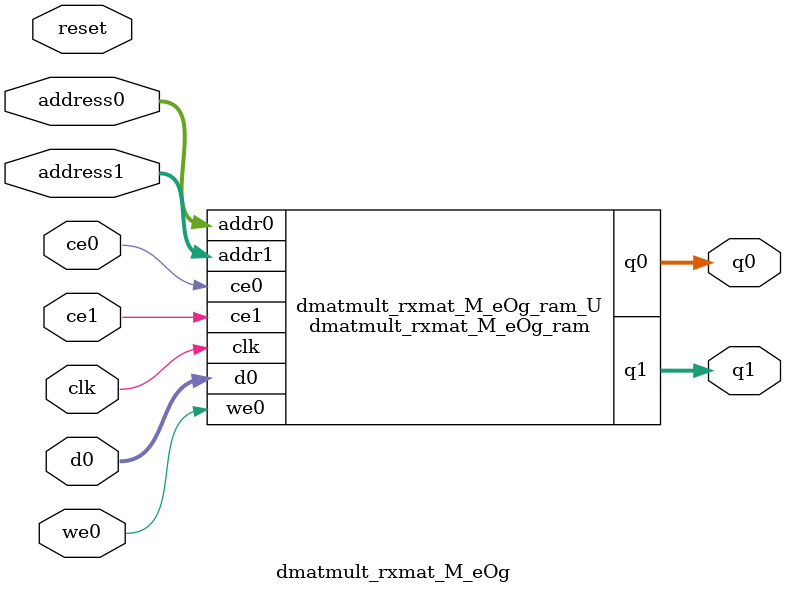
<source format=v>
`timescale 1 ns / 1 ps
module dmatmult_rxmat_M_eOg_ram (addr0, ce0, d0, we0, q0, addr1, ce1, q1,  clk);

parameter DWIDTH = 32;
parameter AWIDTH = 9;
parameter MEM_SIZE = 512;

input[AWIDTH-1:0] addr0;
input ce0;
input[DWIDTH-1:0] d0;
input we0;
output reg[DWIDTH-1:0] q0;
input[AWIDTH-1:0] addr1;
input ce1;
output reg[DWIDTH-1:0] q1;
input clk;

(* ram_style = "block" *)reg [DWIDTH-1:0] ram[0:MEM_SIZE-1];




always @(posedge clk)  
begin 
    if (ce0) begin
        if (we0) 
            ram[addr0] <= d0; 
        q0 <= ram[addr0];
    end
end


always @(posedge clk)  
begin 
    if (ce1) begin
        q1 <= ram[addr1];
    end
end


endmodule

`timescale 1 ns / 1 ps
module dmatmult_rxmat_M_eOg(
    reset,
    clk,
    address0,
    ce0,
    we0,
    d0,
    q0,
    address1,
    ce1,
    q1);

parameter DataWidth = 32'd32;
parameter AddressRange = 32'd512;
parameter AddressWidth = 32'd9;
input reset;
input clk;
input[AddressWidth - 1:0] address0;
input ce0;
input we0;
input[DataWidth - 1:0] d0;
output[DataWidth - 1:0] q0;
input[AddressWidth - 1:0] address1;
input ce1;
output[DataWidth - 1:0] q1;



dmatmult_rxmat_M_eOg_ram dmatmult_rxmat_M_eOg_ram_U(
    .clk( clk ),
    .addr0( address0 ),
    .ce0( ce0 ),
    .we0( we0 ),
    .d0( d0 ),
    .q0( q0 ),
    .addr1( address1 ),
    .ce1( ce1 ),
    .q1( q1 ));

endmodule


</source>
